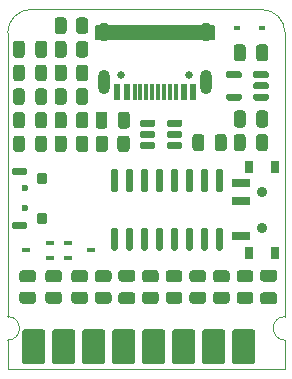
<source format=gbr>
G04 #@! TF.GenerationSoftware,KiCad,Pcbnew,6.0.10+dfsg-1~bpo11+1*
G04 #@! TF.ProjectId,project,70726f6a-6563-4742-9e6b-696361645f70,rev?*
G04 #@! TF.SameCoordinates,Original*
G04 #@! TF.FileFunction,Soldermask,Top*
G04 #@! TF.FilePolarity,Negative*
%FSLAX46Y46*%
G04 Gerber Fmt 4.6, Leading zero omitted, Abs format (unit mm)*
%MOMM*%
%LPD*%
G01*
G04 APERTURE LIST*
%ADD10C,0.150000*%
G04 #@! TA.AperFunction,Profile*
%ADD11C,0.100000*%
G04 #@! TD*
%ADD12R,0.600000X0.450000*%
%ADD13C,0.900000*%
%ADD14R,1.500000X0.700000*%
%ADD15R,0.800000X1.000000*%
%ADD16C,0.650000*%
%ADD17R,0.600000X1.450000*%
%ADD18R,0.300000X1.450000*%
%ADD19O,1.000000X2.100000*%
%ADD20O,1.000000X1.600000*%
%ADD21C,0.600000*%
%ADD22R,0.700000X0.450000*%
G04 APERTURE END LIST*
D10*
X107500000Y-97375000D02*
X117500000Y-97375000D01*
X117500000Y-97375000D02*
X117500000Y-98475000D01*
X117500000Y-98475000D02*
X107500000Y-98475000D01*
X107500000Y-98475000D02*
X107500000Y-97375000D01*
G36*
X107500000Y-97375000D02*
G01*
X117500000Y-97375000D01*
X117500000Y-98475000D01*
X107500000Y-98475000D01*
X107500000Y-97375000D01*
G37*
D11*
X122250000Y-126475000D02*
X101150000Y-126475000D01*
X123500000Y-98000000D02*
X123500000Y-122000000D01*
X100000000Y-98000000D02*
X100000000Y-122000000D01*
X123500000Y-98000000D02*
G75*
G03*
X121500000Y-96000000I-2000000J0D01*
G01*
X123500000Y-122000000D02*
G75*
G03*
X123500000Y-124000000I0J-1000000D01*
G01*
X123500000Y-124000000D02*
X123500000Y-126475000D01*
X122250000Y-126475000D02*
X123500000Y-126475000D01*
X100000000Y-124000000D02*
X100000000Y-126475000D01*
X102000000Y-96000000D02*
X121500000Y-96000000D01*
X101150000Y-126475000D02*
X100000000Y-126475000D01*
X100000000Y-124000000D02*
G75*
G03*
X100000000Y-122000000I0J1000000D01*
G01*
X102000000Y-96000000D02*
G75*
G03*
X100000000Y-98000000I0J-2000000D01*
G01*
G36*
G01*
X112550000Y-120925000D02*
X111650000Y-120925000D01*
G75*
G02*
X111400000Y-120675000I0J250000D01*
G01*
X111400000Y-120150000D01*
G75*
G02*
X111650000Y-119900000I250000J0D01*
G01*
X112550000Y-119900000D01*
G75*
G02*
X112800000Y-120150000I0J-250000D01*
G01*
X112800000Y-120675000D01*
G75*
G02*
X112550000Y-120925000I-250000J0D01*
G01*
G37*
G36*
G01*
X112550000Y-119100000D02*
X111650000Y-119100000D01*
G75*
G02*
X111400000Y-118850000I0J250000D01*
G01*
X111400000Y-118325000D01*
G75*
G02*
X111650000Y-118075000I250000J0D01*
G01*
X112550000Y-118075000D01*
G75*
G02*
X112800000Y-118325000I0J-250000D01*
G01*
X112800000Y-118850000D01*
G75*
G02*
X112550000Y-119100000I-250000J0D01*
G01*
G37*
G36*
G01*
X110325000Y-106925000D02*
X110325000Y-107825000D01*
G75*
G02*
X110075000Y-108075000I-250000J0D01*
G01*
X109550000Y-108075000D01*
G75*
G02*
X109300000Y-107825000I0J250000D01*
G01*
X109300000Y-106925000D01*
G75*
G02*
X109550000Y-106675000I250000J0D01*
G01*
X110075000Y-106675000D01*
G75*
G02*
X110325000Y-106925000I0J-250000D01*
G01*
G37*
G36*
G01*
X108500000Y-106925000D02*
X108500000Y-107825000D01*
G75*
G02*
X108250000Y-108075000I-250000J0D01*
G01*
X107725000Y-108075000D01*
G75*
G02*
X107475000Y-107825000I0J250000D01*
G01*
X107475000Y-106925000D01*
G75*
G02*
X107725000Y-106675000I250000J0D01*
G01*
X108250000Y-106675000D01*
G75*
G02*
X108500000Y-106925000I0J-250000D01*
G01*
G37*
G36*
G01*
X109625000Y-118050000D02*
X110575000Y-118050000D01*
G75*
G02*
X110825000Y-118300000I0J-250000D01*
G01*
X110825000Y-118800000D01*
G75*
G02*
X110575000Y-119050000I-250000J0D01*
G01*
X109625000Y-119050000D01*
G75*
G02*
X109375000Y-118800000I0J250000D01*
G01*
X109375000Y-118300000D01*
G75*
G02*
X109625000Y-118050000I250000J0D01*
G01*
G37*
G36*
G01*
X109625000Y-119950000D02*
X110575000Y-119950000D01*
G75*
G02*
X110825000Y-120200000I0J-250000D01*
G01*
X110825000Y-120700000D01*
G75*
G02*
X110575000Y-120950000I-250000J0D01*
G01*
X109625000Y-120950000D01*
G75*
G02*
X109375000Y-120700000I0J250000D01*
G01*
X109375000Y-120200000D01*
G75*
G02*
X109625000Y-119950000I250000J0D01*
G01*
G37*
G36*
G01*
X103450000Y-118075000D02*
X104350000Y-118075000D01*
G75*
G02*
X104600000Y-118325000I0J-250000D01*
G01*
X104600000Y-118850000D01*
G75*
G02*
X104350000Y-119100000I-250000J0D01*
G01*
X103450000Y-119100000D01*
G75*
G02*
X103200000Y-118850000I0J250000D01*
G01*
X103200000Y-118325000D01*
G75*
G02*
X103450000Y-118075000I250000J0D01*
G01*
G37*
G36*
G01*
X103450000Y-119900000D02*
X104350000Y-119900000D01*
G75*
G02*
X104600000Y-120150000I0J-250000D01*
G01*
X104600000Y-120675000D01*
G75*
G02*
X104350000Y-120925000I-250000J0D01*
G01*
X103450000Y-120925000D01*
G75*
G02*
X103200000Y-120675000I0J250000D01*
G01*
X103200000Y-120150000D01*
G75*
G02*
X103450000Y-119900000I250000J0D01*
G01*
G37*
G36*
G01*
X103350000Y-98900000D02*
X103350000Y-99850000D01*
G75*
G02*
X103100000Y-100100000I-250000J0D01*
G01*
X102600000Y-100100000D01*
G75*
G02*
X102350000Y-99850000I0J250000D01*
G01*
X102350000Y-98900000D01*
G75*
G02*
X102600000Y-98650000I250000J0D01*
G01*
X103100000Y-98650000D01*
G75*
G02*
X103350000Y-98900000I0J-250000D01*
G01*
G37*
G36*
G01*
X101450000Y-98900000D02*
X101450000Y-99850000D01*
G75*
G02*
X101200000Y-100100000I-250000J0D01*
G01*
X100700000Y-100100000D01*
G75*
G02*
X100450000Y-99850000I0J250000D01*
G01*
X100450000Y-98900000D01*
G75*
G02*
X100700000Y-98650000I250000J0D01*
G01*
X101200000Y-98650000D01*
G75*
G02*
X101450000Y-98900000I0J-250000D01*
G01*
G37*
G36*
G01*
X100475000Y-101831250D02*
X100475000Y-100918750D01*
G75*
G02*
X100718750Y-100675000I243750J0D01*
G01*
X101206250Y-100675000D01*
G75*
G02*
X101450000Y-100918750I0J-243750D01*
G01*
X101450000Y-101831250D01*
G75*
G02*
X101206250Y-102075000I-243750J0D01*
G01*
X100718750Y-102075000D01*
G75*
G02*
X100475000Y-101831250I0J243750D01*
G01*
G37*
G36*
G01*
X102350000Y-101831250D02*
X102350000Y-100918750D01*
G75*
G02*
X102593750Y-100675000I243750J0D01*
G01*
X103081250Y-100675000D01*
G75*
G02*
X103325000Y-100918750I0J-243750D01*
G01*
X103325000Y-101831250D01*
G75*
G02*
X103081250Y-102075000I-243750J0D01*
G01*
X102593750Y-102075000D01*
G75*
G02*
X102350000Y-101831250I0J243750D01*
G01*
G37*
G36*
G01*
X100475000Y-103831250D02*
X100475000Y-102918750D01*
G75*
G02*
X100718750Y-102675000I243750J0D01*
G01*
X101206250Y-102675000D01*
G75*
G02*
X101450000Y-102918750I0J-243750D01*
G01*
X101450000Y-103831250D01*
G75*
G02*
X101206250Y-104075000I-243750J0D01*
G01*
X100718750Y-104075000D01*
G75*
G02*
X100475000Y-103831250I0J243750D01*
G01*
G37*
G36*
G01*
X102350000Y-103831250D02*
X102350000Y-102918750D01*
G75*
G02*
X102593750Y-102675000I243750J0D01*
G01*
X103081250Y-102675000D01*
G75*
G02*
X103325000Y-102918750I0J-243750D01*
G01*
X103325000Y-103831250D01*
G75*
G02*
X103081250Y-104075000I-243750J0D01*
G01*
X102593750Y-104075000D01*
G75*
G02*
X102350000Y-103831250I0J243750D01*
G01*
G37*
G36*
G01*
X119150000Y-107750000D02*
X119150000Y-106800000D01*
G75*
G02*
X119400000Y-106550000I250000J0D01*
G01*
X119900000Y-106550000D01*
G75*
G02*
X120150000Y-106800000I0J-250000D01*
G01*
X120150000Y-107750000D01*
G75*
G02*
X119900000Y-108000000I-250000J0D01*
G01*
X119400000Y-108000000D01*
G75*
G02*
X119150000Y-107750000I0J250000D01*
G01*
G37*
G36*
G01*
X121050000Y-107750000D02*
X121050000Y-106800000D01*
G75*
G02*
X121300000Y-106550000I250000J0D01*
G01*
X121800000Y-106550000D01*
G75*
G02*
X122050000Y-106800000I0J-250000D01*
G01*
X122050000Y-107750000D01*
G75*
G02*
X121800000Y-108000000I-250000J0D01*
G01*
X121300000Y-108000000D01*
G75*
G02*
X121050000Y-107750000I0J250000D01*
G01*
G37*
G36*
G01*
X118550000Y-120925000D02*
X117650000Y-120925000D01*
G75*
G02*
X117400000Y-120675000I0J250000D01*
G01*
X117400000Y-120150000D01*
G75*
G02*
X117650000Y-119900000I250000J0D01*
G01*
X118550000Y-119900000D01*
G75*
G02*
X118800000Y-120150000I0J-250000D01*
G01*
X118800000Y-120675000D01*
G75*
G02*
X118550000Y-120925000I-250000J0D01*
G01*
G37*
G36*
G01*
X118550000Y-119100000D02*
X117650000Y-119100000D01*
G75*
G02*
X117400000Y-118850000I0J250000D01*
G01*
X117400000Y-118325000D01*
G75*
G02*
X117650000Y-118075000I250000J0D01*
G01*
X118550000Y-118075000D01*
G75*
G02*
X118800000Y-118325000I0J-250000D01*
G01*
X118800000Y-118850000D01*
G75*
G02*
X118550000Y-119100000I-250000J0D01*
G01*
G37*
G36*
G01*
X117795000Y-109525000D02*
X118095000Y-109525000D01*
G75*
G02*
X118245000Y-109675000I0J-150000D01*
G01*
X118245000Y-111325000D01*
G75*
G02*
X118095000Y-111475000I-150000J0D01*
G01*
X117795000Y-111475000D01*
G75*
G02*
X117645000Y-111325000I0J150000D01*
G01*
X117645000Y-109675000D01*
G75*
G02*
X117795000Y-109525000I150000J0D01*
G01*
G37*
G36*
G01*
X116525000Y-109525000D02*
X116825000Y-109525000D01*
G75*
G02*
X116975000Y-109675000I0J-150000D01*
G01*
X116975000Y-111325000D01*
G75*
G02*
X116825000Y-111475000I-150000J0D01*
G01*
X116525000Y-111475000D01*
G75*
G02*
X116375000Y-111325000I0J150000D01*
G01*
X116375000Y-109675000D01*
G75*
G02*
X116525000Y-109525000I150000J0D01*
G01*
G37*
G36*
G01*
X115255000Y-109525000D02*
X115555000Y-109525000D01*
G75*
G02*
X115705000Y-109675000I0J-150000D01*
G01*
X115705000Y-111325000D01*
G75*
G02*
X115555000Y-111475000I-150000J0D01*
G01*
X115255000Y-111475000D01*
G75*
G02*
X115105000Y-111325000I0J150000D01*
G01*
X115105000Y-109675000D01*
G75*
G02*
X115255000Y-109525000I150000J0D01*
G01*
G37*
G36*
G01*
X113985000Y-109525000D02*
X114285000Y-109525000D01*
G75*
G02*
X114435000Y-109675000I0J-150000D01*
G01*
X114435000Y-111325000D01*
G75*
G02*
X114285000Y-111475000I-150000J0D01*
G01*
X113985000Y-111475000D01*
G75*
G02*
X113835000Y-111325000I0J150000D01*
G01*
X113835000Y-109675000D01*
G75*
G02*
X113985000Y-109525000I150000J0D01*
G01*
G37*
G36*
G01*
X112715000Y-109525000D02*
X113015000Y-109525000D01*
G75*
G02*
X113165000Y-109675000I0J-150000D01*
G01*
X113165000Y-111325000D01*
G75*
G02*
X113015000Y-111475000I-150000J0D01*
G01*
X112715000Y-111475000D01*
G75*
G02*
X112565000Y-111325000I0J150000D01*
G01*
X112565000Y-109675000D01*
G75*
G02*
X112715000Y-109525000I150000J0D01*
G01*
G37*
G36*
G01*
X111445000Y-109525000D02*
X111745000Y-109525000D01*
G75*
G02*
X111895000Y-109675000I0J-150000D01*
G01*
X111895000Y-111325000D01*
G75*
G02*
X111745000Y-111475000I-150000J0D01*
G01*
X111445000Y-111475000D01*
G75*
G02*
X111295000Y-111325000I0J150000D01*
G01*
X111295000Y-109675000D01*
G75*
G02*
X111445000Y-109525000I150000J0D01*
G01*
G37*
G36*
G01*
X110175000Y-109525000D02*
X110475000Y-109525000D01*
G75*
G02*
X110625000Y-109675000I0J-150000D01*
G01*
X110625000Y-111325000D01*
G75*
G02*
X110475000Y-111475000I-150000J0D01*
G01*
X110175000Y-111475000D01*
G75*
G02*
X110025000Y-111325000I0J150000D01*
G01*
X110025000Y-109675000D01*
G75*
G02*
X110175000Y-109525000I150000J0D01*
G01*
G37*
G36*
G01*
X108905000Y-109525000D02*
X109205000Y-109525000D01*
G75*
G02*
X109355000Y-109675000I0J-150000D01*
G01*
X109355000Y-111325000D01*
G75*
G02*
X109205000Y-111475000I-150000J0D01*
G01*
X108905000Y-111475000D01*
G75*
G02*
X108755000Y-111325000I0J150000D01*
G01*
X108755000Y-109675000D01*
G75*
G02*
X108905000Y-109525000I150000J0D01*
G01*
G37*
G36*
G01*
X108905000Y-114475000D02*
X109205000Y-114475000D01*
G75*
G02*
X109355000Y-114625000I0J-150000D01*
G01*
X109355000Y-116275000D01*
G75*
G02*
X109205000Y-116425000I-150000J0D01*
G01*
X108905000Y-116425000D01*
G75*
G02*
X108755000Y-116275000I0J150000D01*
G01*
X108755000Y-114625000D01*
G75*
G02*
X108905000Y-114475000I150000J0D01*
G01*
G37*
G36*
G01*
X110175000Y-114475000D02*
X110475000Y-114475000D01*
G75*
G02*
X110625000Y-114625000I0J-150000D01*
G01*
X110625000Y-116275000D01*
G75*
G02*
X110475000Y-116425000I-150000J0D01*
G01*
X110175000Y-116425000D01*
G75*
G02*
X110025000Y-116275000I0J150000D01*
G01*
X110025000Y-114625000D01*
G75*
G02*
X110175000Y-114475000I150000J0D01*
G01*
G37*
G36*
G01*
X111445000Y-114475000D02*
X111745000Y-114475000D01*
G75*
G02*
X111895000Y-114625000I0J-150000D01*
G01*
X111895000Y-116275000D01*
G75*
G02*
X111745000Y-116425000I-150000J0D01*
G01*
X111445000Y-116425000D01*
G75*
G02*
X111295000Y-116275000I0J150000D01*
G01*
X111295000Y-114625000D01*
G75*
G02*
X111445000Y-114475000I150000J0D01*
G01*
G37*
G36*
G01*
X112715000Y-114475000D02*
X113015000Y-114475000D01*
G75*
G02*
X113165000Y-114625000I0J-150000D01*
G01*
X113165000Y-116275000D01*
G75*
G02*
X113015000Y-116425000I-150000J0D01*
G01*
X112715000Y-116425000D01*
G75*
G02*
X112565000Y-116275000I0J150000D01*
G01*
X112565000Y-114625000D01*
G75*
G02*
X112715000Y-114475000I150000J0D01*
G01*
G37*
G36*
G01*
X113985000Y-114475000D02*
X114285000Y-114475000D01*
G75*
G02*
X114435000Y-114625000I0J-150000D01*
G01*
X114435000Y-116275000D01*
G75*
G02*
X114285000Y-116425000I-150000J0D01*
G01*
X113985000Y-116425000D01*
G75*
G02*
X113835000Y-116275000I0J150000D01*
G01*
X113835000Y-114625000D01*
G75*
G02*
X113985000Y-114475000I150000J0D01*
G01*
G37*
G36*
G01*
X115255000Y-114475000D02*
X115555000Y-114475000D01*
G75*
G02*
X115705000Y-114625000I0J-150000D01*
G01*
X115705000Y-116275000D01*
G75*
G02*
X115555000Y-116425000I-150000J0D01*
G01*
X115255000Y-116425000D01*
G75*
G02*
X115105000Y-116275000I0J150000D01*
G01*
X115105000Y-114625000D01*
G75*
G02*
X115255000Y-114475000I150000J0D01*
G01*
G37*
G36*
G01*
X116525000Y-114475000D02*
X116825000Y-114475000D01*
G75*
G02*
X116975000Y-114625000I0J-150000D01*
G01*
X116975000Y-116275000D01*
G75*
G02*
X116825000Y-116425000I-150000J0D01*
G01*
X116525000Y-116425000D01*
G75*
G02*
X116375000Y-116275000I0J150000D01*
G01*
X116375000Y-114625000D01*
G75*
G02*
X116525000Y-114475000I150000J0D01*
G01*
G37*
G36*
G01*
X117795000Y-114475000D02*
X118095000Y-114475000D01*
G75*
G02*
X118245000Y-114625000I0J-150000D01*
G01*
X118245000Y-116275000D01*
G75*
G02*
X118095000Y-116425000I-150000J0D01*
G01*
X117795000Y-116425000D01*
G75*
G02*
X117645000Y-116275000I0J150000D01*
G01*
X117645000Y-114625000D01*
G75*
G02*
X117795000Y-114475000I150000J0D01*
G01*
G37*
G36*
G01*
X115650000Y-107750000D02*
X115650000Y-106800000D01*
G75*
G02*
X115900000Y-106550000I250000J0D01*
G01*
X116400000Y-106550000D01*
G75*
G02*
X116650000Y-106800000I0J-250000D01*
G01*
X116650000Y-107750000D01*
G75*
G02*
X116400000Y-108000000I-250000J0D01*
G01*
X115900000Y-108000000D01*
G75*
G02*
X115650000Y-107750000I0J250000D01*
G01*
G37*
G36*
G01*
X117550000Y-107750000D02*
X117550000Y-106800000D01*
G75*
G02*
X117800000Y-106550000I250000J0D01*
G01*
X118300000Y-106550000D01*
G75*
G02*
X118550000Y-106800000I0J-250000D01*
G01*
X118550000Y-107750000D01*
G75*
G02*
X118300000Y-108000000I-250000J0D01*
G01*
X117800000Y-108000000D01*
G75*
G02*
X117550000Y-107750000I0J250000D01*
G01*
G37*
G36*
G01*
X103975000Y-99825000D02*
X103975000Y-98925000D01*
G75*
G02*
X104225000Y-98675000I250000J0D01*
G01*
X104750000Y-98675000D01*
G75*
G02*
X105000000Y-98925000I0J-250000D01*
G01*
X105000000Y-99825000D01*
G75*
G02*
X104750000Y-100075000I-250000J0D01*
G01*
X104225000Y-100075000D01*
G75*
G02*
X103975000Y-99825000I0J250000D01*
G01*
G37*
G36*
G01*
X105800000Y-99825000D02*
X105800000Y-98925000D01*
G75*
G02*
X106050000Y-98675000I250000J0D01*
G01*
X106575000Y-98675000D01*
G75*
G02*
X106825000Y-98925000I0J-250000D01*
G01*
X106825000Y-99825000D01*
G75*
G02*
X106575000Y-100075000I-250000J0D01*
G01*
X106050000Y-100075000D01*
G75*
G02*
X105800000Y-99825000I0J250000D01*
G01*
G37*
D12*
X121550000Y-97575000D03*
X119450000Y-97575000D03*
G36*
G01*
X103975000Y-103825000D02*
X103975000Y-102925000D01*
G75*
G02*
X104225000Y-102675000I250000J0D01*
G01*
X104750000Y-102675000D01*
G75*
G02*
X105000000Y-102925000I0J-250000D01*
G01*
X105000000Y-103825000D01*
G75*
G02*
X104750000Y-104075000I-250000J0D01*
G01*
X104225000Y-104075000D01*
G75*
G02*
X103975000Y-103825000I0J250000D01*
G01*
G37*
G36*
G01*
X105800000Y-103825000D02*
X105800000Y-102925000D01*
G75*
G02*
X106050000Y-102675000I250000J0D01*
G01*
X106575000Y-102675000D01*
G75*
G02*
X106825000Y-102925000I0J-250000D01*
G01*
X106825000Y-103825000D01*
G75*
G02*
X106575000Y-104075000I-250000J0D01*
G01*
X106050000Y-104075000D01*
G75*
G02*
X105800000Y-103825000I0J250000D01*
G01*
G37*
G36*
G01*
X103975000Y-97825000D02*
X103975000Y-96925000D01*
G75*
G02*
X104225000Y-96675000I250000J0D01*
G01*
X104750000Y-96675000D01*
G75*
G02*
X105000000Y-96925000I0J-250000D01*
G01*
X105000000Y-97825000D01*
G75*
G02*
X104750000Y-98075000I-250000J0D01*
G01*
X104225000Y-98075000D01*
G75*
G02*
X103975000Y-97825000I0J250000D01*
G01*
G37*
G36*
G01*
X105800000Y-97825000D02*
X105800000Y-96925000D01*
G75*
G02*
X106050000Y-96675000I250000J0D01*
G01*
X106575000Y-96675000D01*
G75*
G02*
X106825000Y-96925000I0J-250000D01*
G01*
X106825000Y-97825000D01*
G75*
G02*
X106575000Y-98075000I-250000J0D01*
G01*
X106050000Y-98075000D01*
G75*
G02*
X105800000Y-97825000I0J250000D01*
G01*
G37*
G36*
G01*
X122100000Y-103275000D02*
X122100000Y-103575000D01*
G75*
G02*
X121950000Y-103725000I-150000J0D01*
G01*
X120925000Y-103725000D01*
G75*
G02*
X120775000Y-103575000I0J150000D01*
G01*
X120775000Y-103275000D01*
G75*
G02*
X120925000Y-103125000I150000J0D01*
G01*
X121950000Y-103125000D01*
G75*
G02*
X122100000Y-103275000I0J-150000D01*
G01*
G37*
G36*
G01*
X122100000Y-102325000D02*
X122100000Y-102625000D01*
G75*
G02*
X121950000Y-102775000I-150000J0D01*
G01*
X120925000Y-102775000D01*
G75*
G02*
X120775000Y-102625000I0J150000D01*
G01*
X120775000Y-102325000D01*
G75*
G02*
X120925000Y-102175000I150000J0D01*
G01*
X121950000Y-102175000D01*
G75*
G02*
X122100000Y-102325000I0J-150000D01*
G01*
G37*
G36*
G01*
X122100000Y-101375000D02*
X122100000Y-101675000D01*
G75*
G02*
X121950000Y-101825000I-150000J0D01*
G01*
X120925000Y-101825000D01*
G75*
G02*
X120775000Y-101675000I0J150000D01*
G01*
X120775000Y-101375000D01*
G75*
G02*
X120925000Y-101225000I150000J0D01*
G01*
X121950000Y-101225000D01*
G75*
G02*
X122100000Y-101375000I0J-150000D01*
G01*
G37*
G36*
G01*
X119825000Y-101375000D02*
X119825000Y-101675000D01*
G75*
G02*
X119675000Y-101825000I-150000J0D01*
G01*
X118650000Y-101825000D01*
G75*
G02*
X118500000Y-101675000I0J150000D01*
G01*
X118500000Y-101375000D01*
G75*
G02*
X118650000Y-101225000I150000J0D01*
G01*
X119675000Y-101225000D01*
G75*
G02*
X119825000Y-101375000I0J-150000D01*
G01*
G37*
G36*
G01*
X119825000Y-103275000D02*
X119825000Y-103575000D01*
G75*
G02*
X119675000Y-103725000I-150000J0D01*
G01*
X118650000Y-103725000D01*
G75*
G02*
X118500000Y-103575000I0J150000D01*
G01*
X118500000Y-103275000D01*
G75*
G02*
X118650000Y-103125000I150000J0D01*
G01*
X119675000Y-103125000D01*
G75*
G02*
X119825000Y-103275000I0J-150000D01*
G01*
G37*
G36*
G01*
X103975000Y-107825000D02*
X103975000Y-106925000D01*
G75*
G02*
X104225000Y-106675000I250000J0D01*
G01*
X104750000Y-106675000D01*
G75*
G02*
X105000000Y-106925000I0J-250000D01*
G01*
X105000000Y-107825000D01*
G75*
G02*
X104750000Y-108075000I-250000J0D01*
G01*
X104225000Y-108075000D01*
G75*
G02*
X103975000Y-107825000I0J250000D01*
G01*
G37*
G36*
G01*
X105800000Y-107825000D02*
X105800000Y-106925000D01*
G75*
G02*
X106050000Y-106675000I250000J0D01*
G01*
X106575000Y-106675000D01*
G75*
G02*
X106825000Y-106925000I0J-250000D01*
G01*
X106825000Y-107825000D01*
G75*
G02*
X106575000Y-108075000I-250000J0D01*
G01*
X106050000Y-108075000D01*
G75*
G02*
X105800000Y-107825000I0J250000D01*
G01*
G37*
G36*
G01*
X114800000Y-107375000D02*
X114800000Y-107675000D01*
G75*
G02*
X114650000Y-107825000I-150000J0D01*
G01*
X113625000Y-107825000D01*
G75*
G02*
X113475000Y-107675000I0J150000D01*
G01*
X113475000Y-107375000D01*
G75*
G02*
X113625000Y-107225000I150000J0D01*
G01*
X114650000Y-107225000D01*
G75*
G02*
X114800000Y-107375000I0J-150000D01*
G01*
G37*
G36*
G01*
X114800000Y-106425000D02*
X114800000Y-106725000D01*
G75*
G02*
X114650000Y-106875000I-150000J0D01*
G01*
X113625000Y-106875000D01*
G75*
G02*
X113475000Y-106725000I0J150000D01*
G01*
X113475000Y-106425000D01*
G75*
G02*
X113625000Y-106275000I150000J0D01*
G01*
X114650000Y-106275000D01*
G75*
G02*
X114800000Y-106425000I0J-150000D01*
G01*
G37*
G36*
G01*
X114800000Y-105475000D02*
X114800000Y-105775000D01*
G75*
G02*
X114650000Y-105925000I-150000J0D01*
G01*
X113625000Y-105925000D01*
G75*
G02*
X113475000Y-105775000I0J150000D01*
G01*
X113475000Y-105475000D01*
G75*
G02*
X113625000Y-105325000I150000J0D01*
G01*
X114650000Y-105325000D01*
G75*
G02*
X114800000Y-105475000I0J-150000D01*
G01*
G37*
G36*
G01*
X112525000Y-105475000D02*
X112525000Y-105775000D01*
G75*
G02*
X112375000Y-105925000I-150000J0D01*
G01*
X111350000Y-105925000D01*
G75*
G02*
X111200000Y-105775000I0J150000D01*
G01*
X111200000Y-105475000D01*
G75*
G02*
X111350000Y-105325000I150000J0D01*
G01*
X112375000Y-105325000D01*
G75*
G02*
X112525000Y-105475000I0J-150000D01*
G01*
G37*
G36*
G01*
X112525000Y-106425000D02*
X112525000Y-106725000D01*
G75*
G02*
X112375000Y-106875000I-150000J0D01*
G01*
X111350000Y-106875000D01*
G75*
G02*
X111200000Y-106725000I0J150000D01*
G01*
X111200000Y-106425000D01*
G75*
G02*
X111350000Y-106275000I150000J0D01*
G01*
X112375000Y-106275000D01*
G75*
G02*
X112525000Y-106425000I0J-150000D01*
G01*
G37*
G36*
G01*
X112525000Y-107375000D02*
X112525000Y-107675000D01*
G75*
G02*
X112375000Y-107825000I-150000J0D01*
G01*
X111350000Y-107825000D01*
G75*
G02*
X111200000Y-107675000I0J150000D01*
G01*
X111200000Y-107375000D01*
G75*
G02*
X111350000Y-107225000I150000J0D01*
G01*
X112375000Y-107225000D01*
G75*
G02*
X112525000Y-107375000I0J-150000D01*
G01*
G37*
D13*
X121532000Y-114475000D03*
X121532000Y-111475000D03*
D14*
X119772000Y-115225000D03*
X119772000Y-112225000D03*
X119772000Y-110725000D03*
D15*
X120422000Y-116625000D03*
X122632000Y-116625000D03*
X120422000Y-109325000D03*
X122632000Y-109325000D03*
G36*
G01*
X100475000Y-107831250D02*
X100475000Y-106918750D01*
G75*
G02*
X100718750Y-106675000I243750J0D01*
G01*
X101206250Y-106675000D01*
G75*
G02*
X101450000Y-106918750I0J-243750D01*
G01*
X101450000Y-107831250D01*
G75*
G02*
X101206250Y-108075000I-243750J0D01*
G01*
X100718750Y-108075000D01*
G75*
G02*
X100475000Y-107831250I0J243750D01*
G01*
G37*
G36*
G01*
X102350000Y-107831250D02*
X102350000Y-106918750D01*
G75*
G02*
X102593750Y-106675000I243750J0D01*
G01*
X103081250Y-106675000D01*
G75*
G02*
X103325000Y-106918750I0J-243750D01*
G01*
X103325000Y-107831250D01*
G75*
G02*
X103081250Y-108075000I-243750J0D01*
G01*
X102593750Y-108075000D01*
G75*
G02*
X102350000Y-107831250I0J243750D01*
G01*
G37*
G36*
G01*
X110350000Y-104900000D02*
X110350000Y-105850000D01*
G75*
G02*
X110100000Y-106100000I-250000J0D01*
G01*
X109600000Y-106100000D01*
G75*
G02*
X109350000Y-105850000I0J250000D01*
G01*
X109350000Y-104900000D01*
G75*
G02*
X109600000Y-104650000I250000J0D01*
G01*
X110100000Y-104650000D01*
G75*
G02*
X110350000Y-104900000I0J-250000D01*
G01*
G37*
G36*
G01*
X108450000Y-104900000D02*
X108450000Y-105850000D01*
G75*
G02*
X108200000Y-106100000I-250000J0D01*
G01*
X107700000Y-106100000D01*
G75*
G02*
X107450000Y-105850000I0J250000D01*
G01*
X107450000Y-104900000D01*
G75*
G02*
X107700000Y-104650000I250000J0D01*
G01*
X108200000Y-104650000D01*
G75*
G02*
X108450000Y-104900000I0J-250000D01*
G01*
G37*
G36*
G01*
X100475000Y-105831250D02*
X100475000Y-104918750D01*
G75*
G02*
X100718750Y-104675000I243750J0D01*
G01*
X101206250Y-104675000D01*
G75*
G02*
X101450000Y-104918750I0J-243750D01*
G01*
X101450000Y-105831250D01*
G75*
G02*
X101206250Y-106075000I-243750J0D01*
G01*
X100718750Y-106075000D01*
G75*
G02*
X100475000Y-105831250I0J243750D01*
G01*
G37*
G36*
G01*
X102350000Y-105831250D02*
X102350000Y-104918750D01*
G75*
G02*
X102593750Y-104675000I243750J0D01*
G01*
X103081250Y-104675000D01*
G75*
G02*
X103325000Y-104918750I0J-243750D01*
G01*
X103325000Y-105831250D01*
G75*
G02*
X103081250Y-106075000I-243750J0D01*
G01*
X102593750Y-106075000D01*
G75*
G02*
X102350000Y-105831250I0J243750D01*
G01*
G37*
G36*
G01*
X103975000Y-101825000D02*
X103975000Y-100925000D01*
G75*
G02*
X104225000Y-100675000I250000J0D01*
G01*
X104750000Y-100675000D01*
G75*
G02*
X105000000Y-100925000I0J-250000D01*
G01*
X105000000Y-101825000D01*
G75*
G02*
X104750000Y-102075000I-250000J0D01*
G01*
X104225000Y-102075000D01*
G75*
G02*
X103975000Y-101825000I0J250000D01*
G01*
G37*
G36*
G01*
X105800000Y-101825000D02*
X105800000Y-100925000D01*
G75*
G02*
X106050000Y-100675000I250000J0D01*
G01*
X106575000Y-100675000D01*
G75*
G02*
X106825000Y-100925000I0J-250000D01*
G01*
X106825000Y-101825000D01*
G75*
G02*
X106575000Y-102075000I-250000J0D01*
G01*
X106050000Y-102075000D01*
G75*
G02*
X105800000Y-101825000I0J250000D01*
G01*
G37*
D16*
X115390000Y-101575000D03*
X109610000Y-101575000D03*
D17*
X115700000Y-103020000D03*
X114900000Y-103020000D03*
D18*
X113750000Y-103020000D03*
X112750000Y-103020000D03*
X112250000Y-103020000D03*
X111250000Y-103020000D03*
D17*
X110100000Y-103020000D03*
X109300000Y-103020000D03*
X109300000Y-103020000D03*
X110100000Y-103020000D03*
D18*
X110750000Y-103020000D03*
X111750000Y-103020000D03*
X113250000Y-103020000D03*
X114250000Y-103020000D03*
D17*
X114900000Y-103020000D03*
X115700000Y-103020000D03*
D19*
X116820000Y-102105000D03*
D20*
X108180000Y-97925000D03*
D19*
X108180000Y-102105000D03*
D20*
X116820000Y-97925000D03*
G36*
G01*
X101250000Y-118075000D02*
X102150000Y-118075000D01*
G75*
G02*
X102400000Y-118325000I0J-250000D01*
G01*
X102400000Y-118850000D01*
G75*
G02*
X102150000Y-119100000I-250000J0D01*
G01*
X101250000Y-119100000D01*
G75*
G02*
X101000000Y-118850000I0J250000D01*
G01*
X101000000Y-118325000D01*
G75*
G02*
X101250000Y-118075000I250000J0D01*
G01*
G37*
G36*
G01*
X101250000Y-119900000D02*
X102150000Y-119900000D01*
G75*
G02*
X102400000Y-120150000I0J-250000D01*
G01*
X102400000Y-120675000D01*
G75*
G02*
X102150000Y-120925000I-250000J0D01*
G01*
X101250000Y-120925000D01*
G75*
G02*
X101000000Y-120675000I0J250000D01*
G01*
X101000000Y-120150000D01*
G75*
G02*
X101250000Y-119900000I250000J0D01*
G01*
G37*
G36*
G01*
X122575000Y-120950000D02*
X121625000Y-120950000D01*
G75*
G02*
X121375000Y-120700000I0J250000D01*
G01*
X121375000Y-120200000D01*
G75*
G02*
X121625000Y-119950000I250000J0D01*
G01*
X122575000Y-119950000D01*
G75*
G02*
X122825000Y-120200000I0J-250000D01*
G01*
X122825000Y-120700000D01*
G75*
G02*
X122575000Y-120950000I-250000J0D01*
G01*
G37*
G36*
G01*
X122575000Y-119050000D02*
X121625000Y-119050000D01*
G75*
G02*
X121375000Y-118800000I0J250000D01*
G01*
X121375000Y-118300000D01*
G75*
G02*
X121625000Y-118050000I250000J0D01*
G01*
X122575000Y-118050000D01*
G75*
G02*
X122825000Y-118300000I0J-250000D01*
G01*
X122825000Y-118800000D01*
G75*
G02*
X122575000Y-119050000I-250000J0D01*
G01*
G37*
D21*
X101505500Y-112850000D03*
X101505500Y-111150000D03*
G36*
G01*
X103205500Y-114150000D02*
X102605500Y-114150000D01*
G75*
G02*
X102505500Y-114050000I0J100000D01*
G01*
X102505500Y-113350000D01*
G75*
G02*
X102605500Y-113250000I100000J0D01*
G01*
X103205500Y-113250000D01*
G75*
G02*
X103305500Y-113350000I0J-100000D01*
G01*
X103305500Y-114050000D01*
G75*
G02*
X103205500Y-114150000I-100000J0D01*
G01*
G37*
G36*
G01*
X103205500Y-110750000D02*
X102605500Y-110750000D01*
G75*
G02*
X102505500Y-110650000I0J100000D01*
G01*
X102505500Y-109950000D01*
G75*
G02*
X102605500Y-109850000I100000J0D01*
G01*
X103205500Y-109850000D01*
G75*
G02*
X103305500Y-109950000I0J-100000D01*
G01*
X103305500Y-110650000D01*
G75*
G02*
X103205500Y-110750000I-100000J0D01*
G01*
G37*
G36*
G01*
X101505500Y-110000000D02*
X100505500Y-110000000D01*
G75*
G02*
X100405500Y-109900000I0J100000D01*
G01*
X100405500Y-109500000D01*
G75*
G02*
X100505500Y-109400000I100000J0D01*
G01*
X101505500Y-109400000D01*
G75*
G02*
X101605500Y-109500000I0J-100000D01*
G01*
X101605500Y-109900000D01*
G75*
G02*
X101505500Y-110000000I-100000J0D01*
G01*
G37*
G36*
G01*
X101505500Y-114600000D02*
X100505500Y-114600000D01*
G75*
G02*
X100405500Y-114500000I0J100000D01*
G01*
X100405500Y-114100000D01*
G75*
G02*
X100505500Y-114000000I100000J0D01*
G01*
X101505500Y-114000000D01*
G75*
G02*
X101605500Y-114100000I0J-100000D01*
G01*
X101605500Y-114500000D01*
G75*
G02*
X101505500Y-114600000I-100000J0D01*
G01*
G37*
G36*
G01*
X103975000Y-105825000D02*
X103975000Y-104925000D01*
G75*
G02*
X104225000Y-104675000I250000J0D01*
G01*
X104750000Y-104675000D01*
G75*
G02*
X105000000Y-104925000I0J-250000D01*
G01*
X105000000Y-105825000D01*
G75*
G02*
X104750000Y-106075000I-250000J0D01*
G01*
X104225000Y-106075000D01*
G75*
G02*
X103975000Y-105825000I0J250000D01*
G01*
G37*
G36*
G01*
X105800000Y-105825000D02*
X105800000Y-104925000D01*
G75*
G02*
X106050000Y-104675000I250000J0D01*
G01*
X106575000Y-104675000D01*
G75*
G02*
X106825000Y-104925000I0J-250000D01*
G01*
X106825000Y-105825000D01*
G75*
G02*
X106575000Y-106075000I-250000J0D01*
G01*
X106050000Y-106075000D01*
G75*
G02*
X105800000Y-105825000I0J250000D01*
G01*
G37*
G36*
G01*
X108550000Y-120925000D02*
X107650000Y-120925000D01*
G75*
G02*
X107400000Y-120675000I0J250000D01*
G01*
X107400000Y-120150000D01*
G75*
G02*
X107650000Y-119900000I250000J0D01*
G01*
X108550000Y-119900000D01*
G75*
G02*
X108800000Y-120150000I0J-250000D01*
G01*
X108800000Y-120675000D01*
G75*
G02*
X108550000Y-120925000I-250000J0D01*
G01*
G37*
G36*
G01*
X108550000Y-119100000D02*
X107650000Y-119100000D01*
G75*
G02*
X107400000Y-118850000I0J250000D01*
G01*
X107400000Y-118325000D01*
G75*
G02*
X107650000Y-118075000I250000J0D01*
G01*
X108550000Y-118075000D01*
G75*
G02*
X108800000Y-118325000I0J-250000D01*
G01*
X108800000Y-118850000D01*
G75*
G02*
X108550000Y-119100000I-250000J0D01*
G01*
G37*
G36*
G01*
X119650000Y-118075000D02*
X120550000Y-118075000D01*
G75*
G02*
X120800000Y-118325000I0J-250000D01*
G01*
X120800000Y-118850000D01*
G75*
G02*
X120550000Y-119100000I-250000J0D01*
G01*
X119650000Y-119100000D01*
G75*
G02*
X119400000Y-118850000I0J250000D01*
G01*
X119400000Y-118325000D01*
G75*
G02*
X119650000Y-118075000I250000J0D01*
G01*
G37*
G36*
G01*
X119650000Y-119900000D02*
X120550000Y-119900000D01*
G75*
G02*
X120800000Y-120150000I0J-250000D01*
G01*
X120800000Y-120675000D01*
G75*
G02*
X120550000Y-120925000I-250000J0D01*
G01*
X119650000Y-120925000D01*
G75*
G02*
X119400000Y-120675000I0J250000D01*
G01*
X119400000Y-120150000D01*
G75*
G02*
X119650000Y-119900000I250000J0D01*
G01*
G37*
G36*
G01*
X106550000Y-120925000D02*
X105650000Y-120925000D01*
G75*
G02*
X105400000Y-120675000I0J250000D01*
G01*
X105400000Y-120150000D01*
G75*
G02*
X105650000Y-119900000I250000J0D01*
G01*
X106550000Y-119900000D01*
G75*
G02*
X106800000Y-120150000I0J-250000D01*
G01*
X106800000Y-120675000D01*
G75*
G02*
X106550000Y-120925000I-250000J0D01*
G01*
G37*
G36*
G01*
X106550000Y-119100000D02*
X105650000Y-119100000D01*
G75*
G02*
X105400000Y-118850000I0J250000D01*
G01*
X105400000Y-118325000D01*
G75*
G02*
X105650000Y-118075000I250000J0D01*
G01*
X106550000Y-118075000D01*
G75*
G02*
X106800000Y-118325000I0J-250000D01*
G01*
X106800000Y-118850000D01*
G75*
G02*
X106550000Y-119100000I-250000J0D01*
G01*
G37*
G36*
G01*
X116550000Y-120925000D02*
X115650000Y-120925000D01*
G75*
G02*
X115400000Y-120675000I0J250000D01*
G01*
X115400000Y-120150000D01*
G75*
G02*
X115650000Y-119900000I250000J0D01*
G01*
X116550000Y-119900000D01*
G75*
G02*
X116800000Y-120150000I0J-250000D01*
G01*
X116800000Y-120675000D01*
G75*
G02*
X116550000Y-120925000I-250000J0D01*
G01*
G37*
G36*
G01*
X116550000Y-119100000D02*
X115650000Y-119100000D01*
G75*
G02*
X115400000Y-118850000I0J250000D01*
G01*
X115400000Y-118325000D01*
G75*
G02*
X115650000Y-118075000I250000J0D01*
G01*
X116550000Y-118075000D01*
G75*
G02*
X116800000Y-118325000I0J-250000D01*
G01*
X116800000Y-118850000D01*
G75*
G02*
X116550000Y-119100000I-250000J0D01*
G01*
G37*
D22*
X103600000Y-117050000D03*
X103600000Y-115750000D03*
X101600000Y-116400000D03*
X105100000Y-115750000D03*
X105100000Y-117050000D03*
X107100000Y-116400000D03*
G36*
G01*
X122050000Y-99200000D02*
X122050000Y-100150000D01*
G75*
G02*
X121800000Y-100400000I-250000J0D01*
G01*
X121300000Y-100400000D01*
G75*
G02*
X121050000Y-100150000I0J250000D01*
G01*
X121050000Y-99200000D01*
G75*
G02*
X121300000Y-98950000I250000J0D01*
G01*
X121800000Y-98950000D01*
G75*
G02*
X122050000Y-99200000I0J-250000D01*
G01*
G37*
G36*
G01*
X120150000Y-99200000D02*
X120150000Y-100150000D01*
G75*
G02*
X119900000Y-100400000I-250000J0D01*
G01*
X119400000Y-100400000D01*
G75*
G02*
X119150000Y-100150000I0J250000D01*
G01*
X119150000Y-99200000D01*
G75*
G02*
X119400000Y-98950000I250000J0D01*
G01*
X119900000Y-98950000D01*
G75*
G02*
X120150000Y-99200000I0J-250000D01*
G01*
G37*
G36*
G01*
X119150000Y-105750000D02*
X119150000Y-104800000D01*
G75*
G02*
X119400000Y-104550000I250000J0D01*
G01*
X119900000Y-104550000D01*
G75*
G02*
X120150000Y-104800000I0J-250000D01*
G01*
X120150000Y-105750000D01*
G75*
G02*
X119900000Y-106000000I-250000J0D01*
G01*
X119400000Y-106000000D01*
G75*
G02*
X119150000Y-105750000I0J250000D01*
G01*
G37*
G36*
G01*
X121050000Y-105750000D02*
X121050000Y-104800000D01*
G75*
G02*
X121300000Y-104550000I250000J0D01*
G01*
X121800000Y-104550000D01*
G75*
G02*
X122050000Y-104800000I0J-250000D01*
G01*
X122050000Y-105750000D01*
G75*
G02*
X121800000Y-106000000I-250000J0D01*
G01*
X121300000Y-106000000D01*
G75*
G02*
X121050000Y-105750000I0J250000D01*
G01*
G37*
G36*
G01*
X102900000Y-126050000D02*
X101500000Y-126050000D01*
G75*
G02*
X101200000Y-125750000I0J300000D01*
G01*
X101200000Y-123350000D01*
G75*
G02*
X101500000Y-123050000I300000J0D01*
G01*
X102900000Y-123050000D01*
G75*
G02*
X103200000Y-123350000I0J-300000D01*
G01*
X103200000Y-125750000D01*
G75*
G02*
X102900000Y-126050000I-300000J0D01*
G01*
G37*
G36*
G01*
X105440000Y-126050000D02*
X104040000Y-126050000D01*
G75*
G02*
X103740000Y-125750000I0J300000D01*
G01*
X103740000Y-123350000D01*
G75*
G02*
X104040000Y-123050000I300000J0D01*
G01*
X105440000Y-123050000D01*
G75*
G02*
X105740000Y-123350000I0J-300000D01*
G01*
X105740000Y-125750000D01*
G75*
G02*
X105440000Y-126050000I-300000J0D01*
G01*
G37*
G36*
G01*
X107980000Y-126050000D02*
X106580000Y-126050000D01*
G75*
G02*
X106280000Y-125750000I0J300000D01*
G01*
X106280000Y-123350000D01*
G75*
G02*
X106580000Y-123050000I300000J0D01*
G01*
X107980000Y-123050000D01*
G75*
G02*
X108280000Y-123350000I0J-300000D01*
G01*
X108280000Y-125750000D01*
G75*
G02*
X107980000Y-126050000I-300000J0D01*
G01*
G37*
G36*
G01*
X110520000Y-126050000D02*
X109120000Y-126050000D01*
G75*
G02*
X108820000Y-125750000I0J300000D01*
G01*
X108820000Y-123350000D01*
G75*
G02*
X109120000Y-123050000I300000J0D01*
G01*
X110520000Y-123050000D01*
G75*
G02*
X110820000Y-123350000I0J-300000D01*
G01*
X110820000Y-125750000D01*
G75*
G02*
X110520000Y-126050000I-300000J0D01*
G01*
G37*
G36*
G01*
X113060000Y-126050000D02*
X111660000Y-126050000D01*
G75*
G02*
X111360000Y-125750000I0J300000D01*
G01*
X111360000Y-123350000D01*
G75*
G02*
X111660000Y-123050000I300000J0D01*
G01*
X113060000Y-123050000D01*
G75*
G02*
X113360000Y-123350000I0J-300000D01*
G01*
X113360000Y-125750000D01*
G75*
G02*
X113060000Y-126050000I-300000J0D01*
G01*
G37*
G36*
G01*
X115600000Y-126050000D02*
X114200000Y-126050000D01*
G75*
G02*
X113900000Y-125750000I0J300000D01*
G01*
X113900000Y-123350000D01*
G75*
G02*
X114200000Y-123050000I300000J0D01*
G01*
X115600000Y-123050000D01*
G75*
G02*
X115900000Y-123350000I0J-300000D01*
G01*
X115900000Y-125750000D01*
G75*
G02*
X115600000Y-126050000I-300000J0D01*
G01*
G37*
G36*
G01*
X118140000Y-126050000D02*
X116740000Y-126050000D01*
G75*
G02*
X116440000Y-125750000I0J300000D01*
G01*
X116440000Y-123350000D01*
G75*
G02*
X116740000Y-123050000I300000J0D01*
G01*
X118140000Y-123050000D01*
G75*
G02*
X118440000Y-123350000I0J-300000D01*
G01*
X118440000Y-125750000D01*
G75*
G02*
X118140000Y-126050000I-300000J0D01*
G01*
G37*
G36*
G01*
X120680000Y-126050000D02*
X119280000Y-126050000D01*
G75*
G02*
X118980000Y-125750000I0J300000D01*
G01*
X118980000Y-123350000D01*
G75*
G02*
X119280000Y-123050000I300000J0D01*
G01*
X120680000Y-123050000D01*
G75*
G02*
X120980000Y-123350000I0J-300000D01*
G01*
X120980000Y-125750000D01*
G75*
G02*
X120680000Y-126050000I-300000J0D01*
G01*
G37*
G36*
G01*
X114550000Y-120925000D02*
X113650000Y-120925000D01*
G75*
G02*
X113400000Y-120675000I0J250000D01*
G01*
X113400000Y-120150000D01*
G75*
G02*
X113650000Y-119900000I250000J0D01*
G01*
X114550000Y-119900000D01*
G75*
G02*
X114800000Y-120150000I0J-250000D01*
G01*
X114800000Y-120675000D01*
G75*
G02*
X114550000Y-120925000I-250000J0D01*
G01*
G37*
G36*
G01*
X114550000Y-119100000D02*
X113650000Y-119100000D01*
G75*
G02*
X113400000Y-118850000I0J250000D01*
G01*
X113400000Y-118325000D01*
G75*
G02*
X113650000Y-118075000I250000J0D01*
G01*
X114550000Y-118075000D01*
G75*
G02*
X114800000Y-118325000I0J-250000D01*
G01*
X114800000Y-118850000D01*
G75*
G02*
X114550000Y-119100000I-250000J0D01*
G01*
G37*
M02*

</source>
